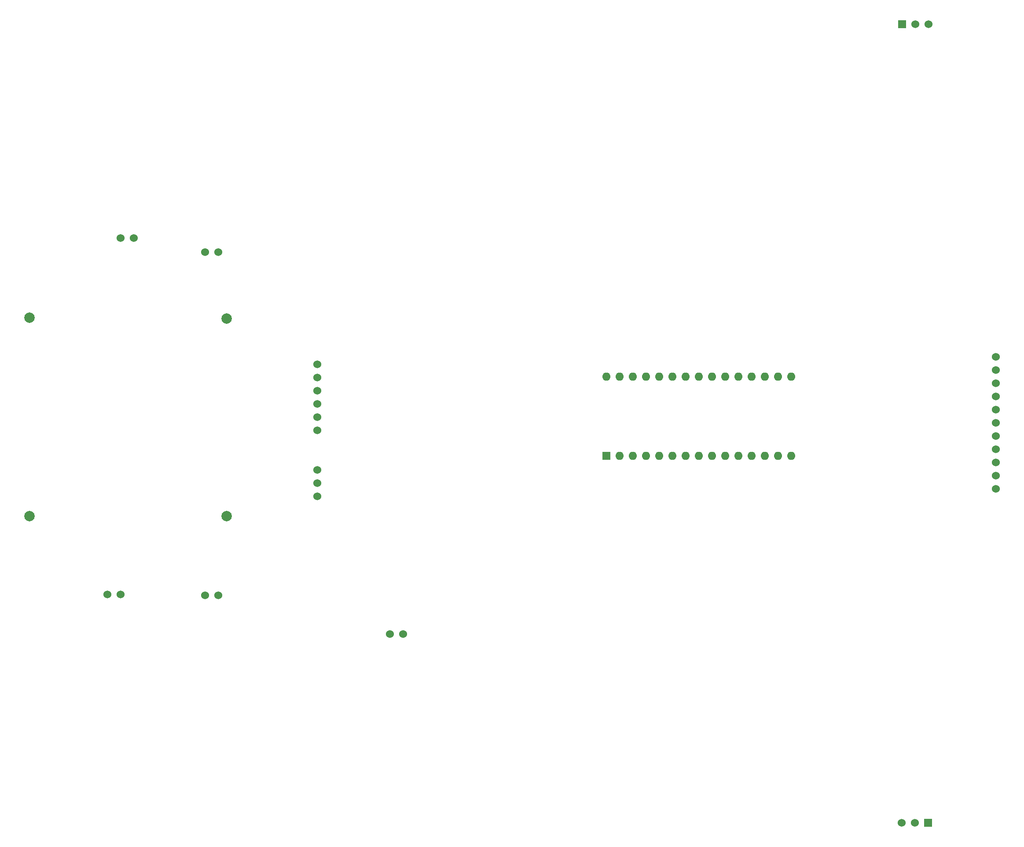
<source format=gbs>
%TF.GenerationSoftware,KiCad,Pcbnew,(6.0.7)*%
%TF.CreationDate,2022-11-01T00:55:13-03:00*%
%TF.ProjectId,gerarduino,67657261-7264-4756-996e-6f2e6b696361,rev?*%
%TF.SameCoordinates,Original*%
%TF.FileFunction,Soldermask,Bot*%
%TF.FilePolarity,Negative*%
%FSLAX46Y46*%
G04 Gerber Fmt 4.6, Leading zero omitted, Abs format (unit mm)*
G04 Created by KiCad (PCBNEW (6.0.7)) date 2022-11-01 00:55:13*
%MOMM*%
%LPD*%
G01*
G04 APERTURE LIST*
%ADD10R,1.530000X1.530000*%
%ADD11C,1.530000*%
%ADD12C,1.524000*%
%ADD13C,2.000000*%
%ADD14R,1.600000X1.600000*%
%ADD15O,1.600000X1.600000*%
G04 APERTURE END LIST*
D10*
%TO.C,U2*%
X261366000Y-69595000D03*
D11*
X263906000Y-69595000D03*
X266446000Y-69595000D03*
%TD*%
D12*
%TO.C,U1*%
X148844000Y-160464500D03*
X148844000Y-157924500D03*
X148844000Y-155384500D03*
X148844000Y-147764500D03*
X148844000Y-145224500D03*
X148844000Y-142684500D03*
X148844000Y-140144500D03*
X148844000Y-137604500D03*
X148844000Y-135064500D03*
X127254000Y-113474500D03*
X129794000Y-113474500D03*
X127254000Y-179514500D03*
X129794000Y-179514500D03*
D13*
X131424000Y-126232000D03*
X131424000Y-164232000D03*
X93524000Y-126032000D03*
X93524000Y-164232000D03*
%TD*%
D12*
%TO.C,M1*%
X110998000Y-110744000D03*
X113538000Y-110744000D03*
%TD*%
%TO.C,BT1*%
X162814000Y-186944000D03*
X165354000Y-186944000D03*
%TD*%
D14*
%TO.C,A1*%
X204470000Y-152654000D03*
D15*
X207010000Y-152654000D03*
X209550000Y-152654000D03*
X212090000Y-152654000D03*
X214630000Y-152654000D03*
X217170000Y-152654000D03*
X219710000Y-152654000D03*
X222250000Y-152654000D03*
X224790000Y-152654000D03*
X227330000Y-152654000D03*
X229870000Y-152654000D03*
X232410000Y-152654000D03*
X234950000Y-152654000D03*
X237490000Y-152654000D03*
X240030000Y-152654000D03*
X240030000Y-137414000D03*
X237490000Y-137414000D03*
X234950000Y-137414000D03*
X232410000Y-137414000D03*
X229870000Y-137414000D03*
X227330000Y-137414000D03*
X224790000Y-137414000D03*
X222250000Y-137414000D03*
X219710000Y-137414000D03*
X217170000Y-137414000D03*
X214630000Y-137414000D03*
X212090000Y-137414000D03*
X209550000Y-137414000D03*
X207010000Y-137414000D03*
X204470000Y-137414000D03*
%TD*%
D12*
%TO.C,U4*%
X279400000Y-159004000D03*
X279400000Y-156464000D03*
X279400000Y-153924000D03*
X279400000Y-151384000D03*
X279400000Y-148844000D03*
X279400000Y-146304000D03*
X279400000Y-143764000D03*
X279400000Y-141224000D03*
X279400000Y-138684000D03*
X279400000Y-136144000D03*
X279400000Y-133604000D03*
%TD*%
%TO.C,M2*%
X110998000Y-179324000D03*
X108458000Y-179324000D03*
%TD*%
D10*
%TO.C,U3*%
X266400791Y-223267000D03*
D11*
X263860791Y-223267000D03*
X261320791Y-223267000D03*
%TD*%
M02*

</source>
